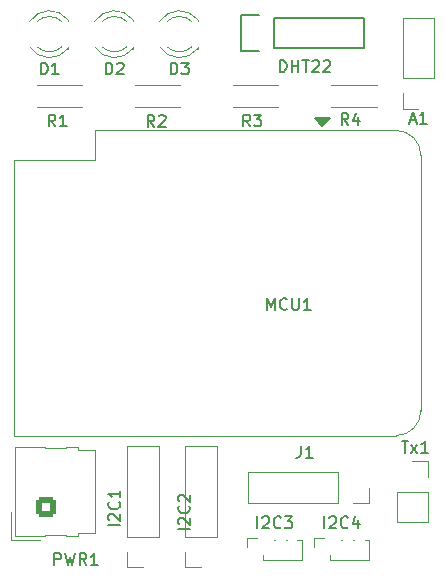
<source format=gto>
G04 #@! TF.GenerationSoftware,KiCad,Pcbnew,7.0.7*
G04 #@! TF.CreationDate,2024-09-10T18:09:56+02:00*
G04 #@! TF.ProjectId,meteo-home,6d657465-6f2d-4686-9f6d-652e6b696361,rev?*
G04 #@! TF.SameCoordinates,Original*
G04 #@! TF.FileFunction,Legend,Top*
G04 #@! TF.FilePolarity,Positive*
%FSLAX46Y46*%
G04 Gerber Fmt 4.6, Leading zero omitted, Abs format (unit mm)*
G04 Created by KiCad (PCBNEW 7.0.7) date 2024-09-10 18:09:56*
%MOMM*%
%LPD*%
G01*
G04 APERTURE LIST*
G04 Aperture macros list*
%AMRoundRect*
0 Rectangle with rounded corners*
0 $1 Rounding radius*
0 $2 $3 $4 $5 $6 $7 $8 $9 X,Y pos of 4 corners*
0 Add a 4 corners polygon primitive as box body*
4,1,4,$2,$3,$4,$5,$6,$7,$8,$9,$2,$3,0*
0 Add four circle primitives for the rounded corners*
1,1,$1+$1,$2,$3*
1,1,$1+$1,$4,$5*
1,1,$1+$1,$6,$7*
1,1,$1+$1,$8,$9*
0 Add four rect primitives between the rounded corners*
20,1,$1+$1,$2,$3,$4,$5,0*
20,1,$1+$1,$4,$5,$6,$7,0*
20,1,$1+$1,$6,$7,$8,$9,0*
20,1,$1+$1,$8,$9,$2,$3,0*%
G04 Aperture macros list end*
%ADD10C,0.150000*%
%ADD11C,0.120000*%
%ADD12R,1.727200X2.032000*%
%ADD13O,1.727200X2.032000*%
%ADD14R,2.000000X2.000000*%
%ADD15O,1.600000X2.000000*%
%ADD16R,1.800000X1.800000*%
%ADD17C,1.800000*%
%ADD18C,1.400000*%
%ADD19O,1.400000X1.400000*%
%ADD20R,0.850000X0.850000*%
%ADD21O,0.850000X0.850000*%
%ADD22R,1.700000X1.700000*%
%ADD23O,1.700000X1.700000*%
%ADD24RoundRect,0.250000X0.620000X-0.620000X0.620000X0.620000X-0.620000X0.620000X-0.620000X-0.620000X0*%
%ADD25C,1.740000*%
G04 APERTURE END LIST*
D10*
X126666667Y-78354819D02*
X126666667Y-77354819D01*
X126666667Y-77354819D02*
X127000000Y-78069104D01*
X127000000Y-78069104D02*
X127333333Y-77354819D01*
X127333333Y-77354819D02*
X127333333Y-78354819D01*
X128380952Y-78259580D02*
X128333333Y-78307200D01*
X128333333Y-78307200D02*
X128190476Y-78354819D01*
X128190476Y-78354819D02*
X128095238Y-78354819D01*
X128095238Y-78354819D02*
X127952381Y-78307200D01*
X127952381Y-78307200D02*
X127857143Y-78211961D01*
X127857143Y-78211961D02*
X127809524Y-78116723D01*
X127809524Y-78116723D02*
X127761905Y-77926247D01*
X127761905Y-77926247D02*
X127761905Y-77783390D01*
X127761905Y-77783390D02*
X127809524Y-77592914D01*
X127809524Y-77592914D02*
X127857143Y-77497676D01*
X127857143Y-77497676D02*
X127952381Y-77402438D01*
X127952381Y-77402438D02*
X128095238Y-77354819D01*
X128095238Y-77354819D02*
X128190476Y-77354819D01*
X128190476Y-77354819D02*
X128333333Y-77402438D01*
X128333333Y-77402438D02*
X128380952Y-77450057D01*
X128809524Y-77354819D02*
X128809524Y-78164342D01*
X128809524Y-78164342D02*
X128857143Y-78259580D01*
X128857143Y-78259580D02*
X128904762Y-78307200D01*
X128904762Y-78307200D02*
X129000000Y-78354819D01*
X129000000Y-78354819D02*
X129190476Y-78354819D01*
X129190476Y-78354819D02*
X129285714Y-78307200D01*
X129285714Y-78307200D02*
X129333333Y-78259580D01*
X129333333Y-78259580D02*
X129380952Y-78164342D01*
X129380952Y-78164342D02*
X129380952Y-77354819D01*
X130380952Y-78354819D02*
X129809524Y-78354819D01*
X130095238Y-78354819D02*
X130095238Y-77354819D01*
X130095238Y-77354819D02*
X130000000Y-77497676D01*
X130000000Y-77497676D02*
X129904762Y-77592914D01*
X129904762Y-77592914D02*
X129809524Y-77640533D01*
X127774952Y-58218819D02*
X127774952Y-57218819D01*
X127774952Y-57218819D02*
X128013047Y-57218819D01*
X128013047Y-57218819D02*
X128155904Y-57266438D01*
X128155904Y-57266438D02*
X128251142Y-57361676D01*
X128251142Y-57361676D02*
X128298761Y-57456914D01*
X128298761Y-57456914D02*
X128346380Y-57647390D01*
X128346380Y-57647390D02*
X128346380Y-57790247D01*
X128346380Y-57790247D02*
X128298761Y-57980723D01*
X128298761Y-57980723D02*
X128251142Y-58075961D01*
X128251142Y-58075961D02*
X128155904Y-58171200D01*
X128155904Y-58171200D02*
X128013047Y-58218819D01*
X128013047Y-58218819D02*
X127774952Y-58218819D01*
X128774952Y-58218819D02*
X128774952Y-57218819D01*
X128774952Y-57695009D02*
X129346380Y-57695009D01*
X129346380Y-58218819D02*
X129346380Y-57218819D01*
X129679714Y-57218819D02*
X130251142Y-57218819D01*
X129965428Y-58218819D02*
X129965428Y-57218819D01*
X130536857Y-57314057D02*
X130584476Y-57266438D01*
X130584476Y-57266438D02*
X130679714Y-57218819D01*
X130679714Y-57218819D02*
X130917809Y-57218819D01*
X130917809Y-57218819D02*
X131013047Y-57266438D01*
X131013047Y-57266438D02*
X131060666Y-57314057D01*
X131060666Y-57314057D02*
X131108285Y-57409295D01*
X131108285Y-57409295D02*
X131108285Y-57504533D01*
X131108285Y-57504533D02*
X131060666Y-57647390D01*
X131060666Y-57647390D02*
X130489238Y-58218819D01*
X130489238Y-58218819D02*
X131108285Y-58218819D01*
X131489238Y-57314057D02*
X131536857Y-57266438D01*
X131536857Y-57266438D02*
X131632095Y-57218819D01*
X131632095Y-57218819D02*
X131870190Y-57218819D01*
X131870190Y-57218819D02*
X131965428Y-57266438D01*
X131965428Y-57266438D02*
X132013047Y-57314057D01*
X132013047Y-57314057D02*
X132060666Y-57409295D01*
X132060666Y-57409295D02*
X132060666Y-57504533D01*
X132060666Y-57504533D02*
X132013047Y-57647390D01*
X132013047Y-57647390D02*
X131441619Y-58218819D01*
X131441619Y-58218819D02*
X132060666Y-58218819D01*
X113031905Y-58414819D02*
X113031905Y-57414819D01*
X113031905Y-57414819D02*
X113270000Y-57414819D01*
X113270000Y-57414819D02*
X113412857Y-57462438D01*
X113412857Y-57462438D02*
X113508095Y-57557676D01*
X113508095Y-57557676D02*
X113555714Y-57652914D01*
X113555714Y-57652914D02*
X113603333Y-57843390D01*
X113603333Y-57843390D02*
X113603333Y-57986247D01*
X113603333Y-57986247D02*
X113555714Y-58176723D01*
X113555714Y-58176723D02*
X113508095Y-58271961D01*
X113508095Y-58271961D02*
X113412857Y-58367200D01*
X113412857Y-58367200D02*
X113270000Y-58414819D01*
X113270000Y-58414819D02*
X113031905Y-58414819D01*
X113984286Y-57510057D02*
X114031905Y-57462438D01*
X114031905Y-57462438D02*
X114127143Y-57414819D01*
X114127143Y-57414819D02*
X114365238Y-57414819D01*
X114365238Y-57414819D02*
X114460476Y-57462438D01*
X114460476Y-57462438D02*
X114508095Y-57510057D01*
X114508095Y-57510057D02*
X114555714Y-57605295D01*
X114555714Y-57605295D02*
X114555714Y-57700533D01*
X114555714Y-57700533D02*
X114508095Y-57843390D01*
X114508095Y-57843390D02*
X113936667Y-58414819D01*
X113936667Y-58414819D02*
X114555714Y-58414819D01*
X118531905Y-58414819D02*
X118531905Y-57414819D01*
X118531905Y-57414819D02*
X118770000Y-57414819D01*
X118770000Y-57414819D02*
X118912857Y-57462438D01*
X118912857Y-57462438D02*
X119008095Y-57557676D01*
X119008095Y-57557676D02*
X119055714Y-57652914D01*
X119055714Y-57652914D02*
X119103333Y-57843390D01*
X119103333Y-57843390D02*
X119103333Y-57986247D01*
X119103333Y-57986247D02*
X119055714Y-58176723D01*
X119055714Y-58176723D02*
X119008095Y-58271961D01*
X119008095Y-58271961D02*
X118912857Y-58367200D01*
X118912857Y-58367200D02*
X118770000Y-58414819D01*
X118770000Y-58414819D02*
X118531905Y-58414819D01*
X119436667Y-57414819D02*
X120055714Y-57414819D01*
X120055714Y-57414819D02*
X119722381Y-57795771D01*
X119722381Y-57795771D02*
X119865238Y-57795771D01*
X119865238Y-57795771D02*
X119960476Y-57843390D01*
X119960476Y-57843390D02*
X120008095Y-57891009D01*
X120008095Y-57891009D02*
X120055714Y-57986247D01*
X120055714Y-57986247D02*
X120055714Y-58224342D01*
X120055714Y-58224342D02*
X120008095Y-58319580D01*
X120008095Y-58319580D02*
X119960476Y-58367200D01*
X119960476Y-58367200D02*
X119865238Y-58414819D01*
X119865238Y-58414819D02*
X119579524Y-58414819D01*
X119579524Y-58414819D02*
X119484286Y-58367200D01*
X119484286Y-58367200D02*
X119436667Y-58319580D01*
X108773333Y-62804819D02*
X108440000Y-62328628D01*
X108201905Y-62804819D02*
X108201905Y-61804819D01*
X108201905Y-61804819D02*
X108582857Y-61804819D01*
X108582857Y-61804819D02*
X108678095Y-61852438D01*
X108678095Y-61852438D02*
X108725714Y-61900057D01*
X108725714Y-61900057D02*
X108773333Y-61995295D01*
X108773333Y-61995295D02*
X108773333Y-62138152D01*
X108773333Y-62138152D02*
X108725714Y-62233390D01*
X108725714Y-62233390D02*
X108678095Y-62281009D01*
X108678095Y-62281009D02*
X108582857Y-62328628D01*
X108582857Y-62328628D02*
X108201905Y-62328628D01*
X109725714Y-62804819D02*
X109154286Y-62804819D01*
X109440000Y-62804819D02*
X109440000Y-61804819D01*
X109440000Y-61804819D02*
X109344762Y-61947676D01*
X109344762Y-61947676D02*
X109249524Y-62042914D01*
X109249524Y-62042914D02*
X109154286Y-62090533D01*
X125259999Y-62804819D02*
X124926666Y-62328628D01*
X124688571Y-62804819D02*
X124688571Y-61804819D01*
X124688571Y-61804819D02*
X125069523Y-61804819D01*
X125069523Y-61804819D02*
X125164761Y-61852438D01*
X125164761Y-61852438D02*
X125212380Y-61900057D01*
X125212380Y-61900057D02*
X125259999Y-61995295D01*
X125259999Y-61995295D02*
X125259999Y-62138152D01*
X125259999Y-62138152D02*
X125212380Y-62233390D01*
X125212380Y-62233390D02*
X125164761Y-62281009D01*
X125164761Y-62281009D02*
X125069523Y-62328628D01*
X125069523Y-62328628D02*
X124688571Y-62328628D01*
X125593333Y-61804819D02*
X126212380Y-61804819D01*
X126212380Y-61804819D02*
X125879047Y-62185771D01*
X125879047Y-62185771D02*
X126021904Y-62185771D01*
X126021904Y-62185771D02*
X126117142Y-62233390D01*
X126117142Y-62233390D02*
X126164761Y-62281009D01*
X126164761Y-62281009D02*
X126212380Y-62376247D01*
X126212380Y-62376247D02*
X126212380Y-62614342D01*
X126212380Y-62614342D02*
X126164761Y-62709580D01*
X126164761Y-62709580D02*
X126117142Y-62757200D01*
X126117142Y-62757200D02*
X126021904Y-62804819D01*
X126021904Y-62804819D02*
X125736190Y-62804819D01*
X125736190Y-62804819D02*
X125640952Y-62757200D01*
X125640952Y-62757200D02*
X125593333Y-62709580D01*
X133573333Y-62684819D02*
X133240000Y-62208628D01*
X133001905Y-62684819D02*
X133001905Y-61684819D01*
X133001905Y-61684819D02*
X133382857Y-61684819D01*
X133382857Y-61684819D02*
X133478095Y-61732438D01*
X133478095Y-61732438D02*
X133525714Y-61780057D01*
X133525714Y-61780057D02*
X133573333Y-61875295D01*
X133573333Y-61875295D02*
X133573333Y-62018152D01*
X133573333Y-62018152D02*
X133525714Y-62113390D01*
X133525714Y-62113390D02*
X133478095Y-62161009D01*
X133478095Y-62161009D02*
X133382857Y-62208628D01*
X133382857Y-62208628D02*
X133001905Y-62208628D01*
X134430476Y-62018152D02*
X134430476Y-62684819D01*
X134192381Y-61637200D02*
X133954286Y-62351485D01*
X133954286Y-62351485D02*
X134573333Y-62351485D01*
X117146666Y-62844819D02*
X116813333Y-62368628D01*
X116575238Y-62844819D02*
X116575238Y-61844819D01*
X116575238Y-61844819D02*
X116956190Y-61844819D01*
X116956190Y-61844819D02*
X117051428Y-61892438D01*
X117051428Y-61892438D02*
X117099047Y-61940057D01*
X117099047Y-61940057D02*
X117146666Y-62035295D01*
X117146666Y-62035295D02*
X117146666Y-62178152D01*
X117146666Y-62178152D02*
X117099047Y-62273390D01*
X117099047Y-62273390D02*
X117051428Y-62321009D01*
X117051428Y-62321009D02*
X116956190Y-62368628D01*
X116956190Y-62368628D02*
X116575238Y-62368628D01*
X117527619Y-61940057D02*
X117575238Y-61892438D01*
X117575238Y-61892438D02*
X117670476Y-61844819D01*
X117670476Y-61844819D02*
X117908571Y-61844819D01*
X117908571Y-61844819D02*
X118003809Y-61892438D01*
X118003809Y-61892438D02*
X118051428Y-61940057D01*
X118051428Y-61940057D02*
X118099047Y-62035295D01*
X118099047Y-62035295D02*
X118099047Y-62130533D01*
X118099047Y-62130533D02*
X118051428Y-62273390D01*
X118051428Y-62273390D02*
X117480000Y-62844819D01*
X117480000Y-62844819D02*
X118099047Y-62844819D01*
X107531905Y-58414819D02*
X107531905Y-57414819D01*
X107531905Y-57414819D02*
X107770000Y-57414819D01*
X107770000Y-57414819D02*
X107912857Y-57462438D01*
X107912857Y-57462438D02*
X108008095Y-57557676D01*
X108008095Y-57557676D02*
X108055714Y-57652914D01*
X108055714Y-57652914D02*
X108103333Y-57843390D01*
X108103333Y-57843390D02*
X108103333Y-57986247D01*
X108103333Y-57986247D02*
X108055714Y-58176723D01*
X108055714Y-58176723D02*
X108008095Y-58271961D01*
X108008095Y-58271961D02*
X107912857Y-58367200D01*
X107912857Y-58367200D02*
X107770000Y-58414819D01*
X107770000Y-58414819D02*
X107531905Y-58414819D01*
X109055714Y-58414819D02*
X108484286Y-58414819D01*
X108770000Y-58414819D02*
X108770000Y-57414819D01*
X108770000Y-57414819D02*
X108674762Y-57557676D01*
X108674762Y-57557676D02*
X108579524Y-57652914D01*
X108579524Y-57652914D02*
X108484286Y-57700533D01*
X125867619Y-96837319D02*
X125867619Y-95837319D01*
X126296190Y-95932557D02*
X126343809Y-95884938D01*
X126343809Y-95884938D02*
X126439047Y-95837319D01*
X126439047Y-95837319D02*
X126677142Y-95837319D01*
X126677142Y-95837319D02*
X126772380Y-95884938D01*
X126772380Y-95884938D02*
X126819999Y-95932557D01*
X126819999Y-95932557D02*
X126867618Y-96027795D01*
X126867618Y-96027795D02*
X126867618Y-96123033D01*
X126867618Y-96123033D02*
X126819999Y-96265890D01*
X126819999Y-96265890D02*
X126248571Y-96837319D01*
X126248571Y-96837319D02*
X126867618Y-96837319D01*
X127867618Y-96742080D02*
X127819999Y-96789700D01*
X127819999Y-96789700D02*
X127677142Y-96837319D01*
X127677142Y-96837319D02*
X127581904Y-96837319D01*
X127581904Y-96837319D02*
X127439047Y-96789700D01*
X127439047Y-96789700D02*
X127343809Y-96694461D01*
X127343809Y-96694461D02*
X127296190Y-96599223D01*
X127296190Y-96599223D02*
X127248571Y-96408747D01*
X127248571Y-96408747D02*
X127248571Y-96265890D01*
X127248571Y-96265890D02*
X127296190Y-96075414D01*
X127296190Y-96075414D02*
X127343809Y-95980176D01*
X127343809Y-95980176D02*
X127439047Y-95884938D01*
X127439047Y-95884938D02*
X127581904Y-95837319D01*
X127581904Y-95837319D02*
X127677142Y-95837319D01*
X127677142Y-95837319D02*
X127819999Y-95884938D01*
X127819999Y-95884938D02*
X127867618Y-95932557D01*
X128200952Y-95837319D02*
X128819999Y-95837319D01*
X128819999Y-95837319D02*
X128486666Y-96218271D01*
X128486666Y-96218271D02*
X128629523Y-96218271D01*
X128629523Y-96218271D02*
X128724761Y-96265890D01*
X128724761Y-96265890D02*
X128772380Y-96313509D01*
X128772380Y-96313509D02*
X128819999Y-96408747D01*
X128819999Y-96408747D02*
X128819999Y-96646842D01*
X128819999Y-96646842D02*
X128772380Y-96742080D01*
X128772380Y-96742080D02*
X128724761Y-96789700D01*
X128724761Y-96789700D02*
X128629523Y-96837319D01*
X128629523Y-96837319D02*
X128343809Y-96837319D01*
X128343809Y-96837319D02*
X128248571Y-96789700D01*
X128248571Y-96789700D02*
X128200952Y-96742080D01*
X138782549Y-62283758D02*
X139258739Y-62283758D01*
X138687311Y-62569473D02*
X139020644Y-61569473D01*
X139020644Y-61569473D02*
X139353977Y-62569473D01*
X140211120Y-62569473D02*
X139639692Y-62569473D01*
X139925406Y-62569473D02*
X139925406Y-61569473D01*
X139925406Y-61569473D02*
X139830168Y-61712330D01*
X139830168Y-61712330D02*
X139734930Y-61807568D01*
X139734930Y-61807568D02*
X139639692Y-61855187D01*
X114254819Y-96592380D02*
X113254819Y-96592380D01*
X113350057Y-96163809D02*
X113302438Y-96116190D01*
X113302438Y-96116190D02*
X113254819Y-96020952D01*
X113254819Y-96020952D02*
X113254819Y-95782857D01*
X113254819Y-95782857D02*
X113302438Y-95687619D01*
X113302438Y-95687619D02*
X113350057Y-95640000D01*
X113350057Y-95640000D02*
X113445295Y-95592381D01*
X113445295Y-95592381D02*
X113540533Y-95592381D01*
X113540533Y-95592381D02*
X113683390Y-95640000D01*
X113683390Y-95640000D02*
X114254819Y-96211428D01*
X114254819Y-96211428D02*
X114254819Y-95592381D01*
X114159580Y-94592381D02*
X114207200Y-94640000D01*
X114207200Y-94640000D02*
X114254819Y-94782857D01*
X114254819Y-94782857D02*
X114254819Y-94878095D01*
X114254819Y-94878095D02*
X114207200Y-95020952D01*
X114207200Y-95020952D02*
X114111961Y-95116190D01*
X114111961Y-95116190D02*
X114016723Y-95163809D01*
X114016723Y-95163809D02*
X113826247Y-95211428D01*
X113826247Y-95211428D02*
X113683390Y-95211428D01*
X113683390Y-95211428D02*
X113492914Y-95163809D01*
X113492914Y-95163809D02*
X113397676Y-95116190D01*
X113397676Y-95116190D02*
X113302438Y-95020952D01*
X113302438Y-95020952D02*
X113254819Y-94878095D01*
X113254819Y-94878095D02*
X113254819Y-94782857D01*
X113254819Y-94782857D02*
X113302438Y-94640000D01*
X113302438Y-94640000D02*
X113350057Y-94592381D01*
X114254819Y-93640000D02*
X114254819Y-94211428D01*
X114254819Y-93925714D02*
X113254819Y-93925714D01*
X113254819Y-93925714D02*
X113397676Y-94020952D01*
X113397676Y-94020952D02*
X113492914Y-94116190D01*
X113492914Y-94116190D02*
X113540533Y-94211428D01*
X129546666Y-89862319D02*
X129546666Y-90576604D01*
X129546666Y-90576604D02*
X129499047Y-90719461D01*
X129499047Y-90719461D02*
X129403809Y-90814700D01*
X129403809Y-90814700D02*
X129260952Y-90862319D01*
X129260952Y-90862319D02*
X129165714Y-90862319D01*
X130546666Y-90862319D02*
X129975238Y-90862319D01*
X130260952Y-90862319D02*
X130260952Y-89862319D01*
X130260952Y-89862319D02*
X130165714Y-90005176D01*
X130165714Y-90005176D02*
X130070476Y-90100414D01*
X130070476Y-90100414D02*
X129975238Y-90148033D01*
X120154819Y-96934880D02*
X119154819Y-96934880D01*
X119250057Y-96506309D02*
X119202438Y-96458690D01*
X119202438Y-96458690D02*
X119154819Y-96363452D01*
X119154819Y-96363452D02*
X119154819Y-96125357D01*
X119154819Y-96125357D02*
X119202438Y-96030119D01*
X119202438Y-96030119D02*
X119250057Y-95982500D01*
X119250057Y-95982500D02*
X119345295Y-95934881D01*
X119345295Y-95934881D02*
X119440533Y-95934881D01*
X119440533Y-95934881D02*
X119583390Y-95982500D01*
X119583390Y-95982500D02*
X120154819Y-96553928D01*
X120154819Y-96553928D02*
X120154819Y-95934881D01*
X120059580Y-94934881D02*
X120107200Y-94982500D01*
X120107200Y-94982500D02*
X120154819Y-95125357D01*
X120154819Y-95125357D02*
X120154819Y-95220595D01*
X120154819Y-95220595D02*
X120107200Y-95363452D01*
X120107200Y-95363452D02*
X120011961Y-95458690D01*
X120011961Y-95458690D02*
X119916723Y-95506309D01*
X119916723Y-95506309D02*
X119726247Y-95553928D01*
X119726247Y-95553928D02*
X119583390Y-95553928D01*
X119583390Y-95553928D02*
X119392914Y-95506309D01*
X119392914Y-95506309D02*
X119297676Y-95458690D01*
X119297676Y-95458690D02*
X119202438Y-95363452D01*
X119202438Y-95363452D02*
X119154819Y-95220595D01*
X119154819Y-95220595D02*
X119154819Y-95125357D01*
X119154819Y-95125357D02*
X119202438Y-94982500D01*
X119202438Y-94982500D02*
X119250057Y-94934881D01*
X119250057Y-94553928D02*
X119202438Y-94506309D01*
X119202438Y-94506309D02*
X119154819Y-94411071D01*
X119154819Y-94411071D02*
X119154819Y-94172976D01*
X119154819Y-94172976D02*
X119202438Y-94077738D01*
X119202438Y-94077738D02*
X119250057Y-94030119D01*
X119250057Y-94030119D02*
X119345295Y-93982500D01*
X119345295Y-93982500D02*
X119440533Y-93982500D01*
X119440533Y-93982500D02*
X119583390Y-94030119D01*
X119583390Y-94030119D02*
X120154819Y-94601547D01*
X120154819Y-94601547D02*
X120154819Y-93982500D01*
X108690476Y-99954819D02*
X108690476Y-98954819D01*
X108690476Y-98954819D02*
X109071428Y-98954819D01*
X109071428Y-98954819D02*
X109166666Y-99002438D01*
X109166666Y-99002438D02*
X109214285Y-99050057D01*
X109214285Y-99050057D02*
X109261904Y-99145295D01*
X109261904Y-99145295D02*
X109261904Y-99288152D01*
X109261904Y-99288152D02*
X109214285Y-99383390D01*
X109214285Y-99383390D02*
X109166666Y-99431009D01*
X109166666Y-99431009D02*
X109071428Y-99478628D01*
X109071428Y-99478628D02*
X108690476Y-99478628D01*
X109595238Y-98954819D02*
X109833333Y-99954819D01*
X109833333Y-99954819D02*
X110023809Y-99240533D01*
X110023809Y-99240533D02*
X110214285Y-99954819D01*
X110214285Y-99954819D02*
X110452381Y-98954819D01*
X111404761Y-99954819D02*
X111071428Y-99478628D01*
X110833333Y-99954819D02*
X110833333Y-98954819D01*
X110833333Y-98954819D02*
X111214285Y-98954819D01*
X111214285Y-98954819D02*
X111309523Y-99002438D01*
X111309523Y-99002438D02*
X111357142Y-99050057D01*
X111357142Y-99050057D02*
X111404761Y-99145295D01*
X111404761Y-99145295D02*
X111404761Y-99288152D01*
X111404761Y-99288152D02*
X111357142Y-99383390D01*
X111357142Y-99383390D02*
X111309523Y-99431009D01*
X111309523Y-99431009D02*
X111214285Y-99478628D01*
X111214285Y-99478628D02*
X110833333Y-99478628D01*
X112357142Y-99954819D02*
X111785714Y-99954819D01*
X112071428Y-99954819D02*
X112071428Y-98954819D01*
X112071428Y-98954819D02*
X111976190Y-99097676D01*
X111976190Y-99097676D02*
X111880952Y-99192914D01*
X111880952Y-99192914D02*
X111785714Y-99240533D01*
X138083333Y-89454819D02*
X138654761Y-89454819D01*
X138369047Y-90454819D02*
X138369047Y-89454819D01*
X138892857Y-90454819D02*
X139416666Y-89788152D01*
X138892857Y-89788152D02*
X139416666Y-90454819D01*
X140321428Y-90454819D02*
X139750000Y-90454819D01*
X140035714Y-90454819D02*
X140035714Y-89454819D01*
X140035714Y-89454819D02*
X139940476Y-89597676D01*
X139940476Y-89597676D02*
X139845238Y-89692914D01*
X139845238Y-89692914D02*
X139750000Y-89740533D01*
X131547619Y-96837319D02*
X131547619Y-95837319D01*
X131976190Y-95932557D02*
X132023809Y-95884938D01*
X132023809Y-95884938D02*
X132119047Y-95837319D01*
X132119047Y-95837319D02*
X132357142Y-95837319D01*
X132357142Y-95837319D02*
X132452380Y-95884938D01*
X132452380Y-95884938D02*
X132499999Y-95932557D01*
X132499999Y-95932557D02*
X132547618Y-96027795D01*
X132547618Y-96027795D02*
X132547618Y-96123033D01*
X132547618Y-96123033D02*
X132499999Y-96265890D01*
X132499999Y-96265890D02*
X131928571Y-96837319D01*
X131928571Y-96837319D02*
X132547618Y-96837319D01*
X133547618Y-96742080D02*
X133499999Y-96789700D01*
X133499999Y-96789700D02*
X133357142Y-96837319D01*
X133357142Y-96837319D02*
X133261904Y-96837319D01*
X133261904Y-96837319D02*
X133119047Y-96789700D01*
X133119047Y-96789700D02*
X133023809Y-96694461D01*
X133023809Y-96694461D02*
X132976190Y-96599223D01*
X132976190Y-96599223D02*
X132928571Y-96408747D01*
X132928571Y-96408747D02*
X132928571Y-96265890D01*
X132928571Y-96265890D02*
X132976190Y-96075414D01*
X132976190Y-96075414D02*
X133023809Y-95980176D01*
X133023809Y-95980176D02*
X133119047Y-95884938D01*
X133119047Y-95884938D02*
X133261904Y-95837319D01*
X133261904Y-95837319D02*
X133357142Y-95837319D01*
X133357142Y-95837319D02*
X133499999Y-95884938D01*
X133499999Y-95884938D02*
X133547618Y-95932557D01*
X134404761Y-96170652D02*
X134404761Y-96837319D01*
X134166666Y-95789700D02*
X133928571Y-96503985D01*
X133928571Y-96503985D02*
X134547618Y-96503985D01*
D11*
X112160000Y-63140000D02*
X137590000Y-63140000D01*
X112160000Y-63140000D02*
X112160000Y-65680000D01*
X112160000Y-65680000D02*
X105260000Y-65680000D01*
X105260000Y-65680000D02*
X105260000Y-89000000D01*
X139720000Y-86880000D02*
X139720000Y-65270000D01*
X105260000Y-89000000D02*
X137590000Y-89000000D01*
X139720000Y-65270000D02*
G75*
G03*
X137590000Y-63140000I-2130002J-2D01*
G01*
X137590000Y-89000000D02*
G75*
G03*
X139720000Y-86870000I0J2130000D01*
G01*
D10*
X131380000Y-62735000D02*
X130745000Y-62100000D01*
X132015000Y-62100000D01*
X131380000Y-62735000D01*
G36*
X131380000Y-62735000D02*
G01*
X130745000Y-62100000D01*
X132015000Y-62100000D01*
X131380000Y-62735000D01*
G37*
X124460000Y-53340000D02*
X124460000Y-56388000D01*
X124460000Y-56388000D02*
X125984000Y-56388000D01*
X125984000Y-53340000D02*
X124460000Y-53340000D01*
X127254000Y-53594000D02*
X134874000Y-53594000D01*
X127254000Y-56134000D02*
X127254000Y-53594000D01*
X134874000Y-53594000D02*
X134874000Y-56134000D01*
X134874000Y-56134000D02*
X127254000Y-56134000D01*
D11*
X115330000Y-56236000D02*
X115330000Y-56080000D01*
X115330000Y-53920000D02*
X115330000Y-53764000D01*
X112097666Y-56078608D02*
G75*
G03*
X115329999Y-56235515I1672334J1078608D01*
G01*
X112728871Y-56079836D02*
G75*
G03*
X114810960Y-56079999I1041129J1079836D01*
G01*
X114810960Y-53920001D02*
G75*
G03*
X112728871Y-53920164I-1040960J-1079999D01*
G01*
X115329999Y-53764485D02*
G75*
G03*
X112097666Y-53921392I-1559999J-1235515D01*
G01*
X120830000Y-56236000D02*
X120830000Y-56080000D01*
X120830000Y-53920000D02*
X120830000Y-53764000D01*
X117597666Y-56078608D02*
G75*
G03*
X120829999Y-56235515I1672334J1078608D01*
G01*
X118228871Y-56079836D02*
G75*
G03*
X120310960Y-56079999I1041129J1079836D01*
G01*
X120310960Y-53920001D02*
G75*
G03*
X118228871Y-53920164I-1040960J-1079999D01*
G01*
X120829999Y-53764485D02*
G75*
G03*
X117597666Y-53921392I-1559999J-1235515D01*
G01*
X111020000Y-61170000D02*
X107180000Y-61170000D01*
X111020000Y-59330000D02*
X107180000Y-59330000D01*
X127646666Y-61170000D02*
X123806666Y-61170000D01*
X127646666Y-59330000D02*
X123806666Y-59330000D01*
X132120000Y-59330000D02*
X135960000Y-59330000D01*
X132120000Y-61170000D02*
X135960000Y-61170000D01*
X119333333Y-61170000D02*
X115493333Y-61170000D01*
X119333333Y-59330000D02*
X115493333Y-59330000D01*
X109830000Y-56236000D02*
X109830000Y-56080000D01*
X109830000Y-53920000D02*
X109830000Y-53764000D01*
X106597666Y-56078608D02*
G75*
G03*
X109829999Y-56235515I1672334J1078608D01*
G01*
X107228871Y-56079836D02*
G75*
G03*
X109310960Y-56079999I1041129J1079836D01*
G01*
X109310960Y-53920001D02*
G75*
G03*
X107228871Y-53920164I-1040960J-1079999D01*
G01*
X109829999Y-53764485D02*
G75*
G03*
X106597666Y-53921392I-1559999J-1235515D01*
G01*
X126320000Y-99482500D02*
X129630000Y-99482500D01*
X126320000Y-99482500D02*
X126320000Y-99067500D01*
X129630000Y-99482500D02*
X129630000Y-97862500D01*
X125010000Y-98382500D02*
X125010000Y-97697500D01*
X127265898Y-97862500D02*
X127374102Y-97862500D01*
X128265898Y-97862500D02*
X128374102Y-97862500D01*
X129265898Y-97862500D02*
X129630000Y-97862500D01*
X125010000Y-97697500D02*
X125820000Y-97697500D01*
X140830000Y-58730000D02*
X140830000Y-53590000D01*
X140830000Y-58730000D02*
X138170000Y-58730000D01*
X140830000Y-53590000D02*
X138170000Y-53590000D01*
X139500000Y-61330000D02*
X138170000Y-61330000D01*
X138170000Y-61330000D02*
X138170000Y-60000000D01*
X138170000Y-58730000D02*
X138170000Y-53590000D01*
X117530000Y-97550000D02*
X117530000Y-89870000D01*
X117530000Y-97550000D02*
X114870000Y-97550000D01*
X117530000Y-89870000D02*
X114870000Y-89870000D01*
X116200000Y-100150000D02*
X114870000Y-100150000D01*
X114870000Y-100150000D02*
X114870000Y-98820000D01*
X114870000Y-97550000D02*
X114870000Y-89870000D01*
X132730000Y-92077500D02*
X125050000Y-92077500D01*
X132730000Y-92077500D02*
X132730000Y-94737500D01*
X125050000Y-92077500D02*
X125050000Y-94737500D01*
X135330000Y-93407500D02*
X135330000Y-94737500D01*
X135330000Y-94737500D02*
X134000000Y-94737500D01*
X132730000Y-94737500D02*
X125050000Y-94737500D01*
X122430000Y-97550000D02*
X122430000Y-89870000D01*
X122430000Y-97550000D02*
X119770000Y-97550000D01*
X122430000Y-89870000D02*
X119770000Y-89870000D01*
X121100000Y-100150000D02*
X119770000Y-100150000D01*
X119770000Y-100150000D02*
X119770000Y-98820000D01*
X119770000Y-97550000D02*
X119770000Y-89870000D01*
X105040000Y-97830000D02*
X105040000Y-95420000D01*
X107450000Y-97830000D02*
X105040000Y-97830000D01*
X105340000Y-97530000D02*
X107870000Y-97530000D01*
X107870000Y-97530000D02*
X107870000Y-97400000D01*
X109680000Y-97530000D02*
X110660000Y-97530000D01*
X110660000Y-97530000D02*
X110660000Y-97270000D01*
X107870000Y-97400000D02*
X109680000Y-97400000D01*
X109680000Y-97400000D02*
X109680000Y-97530000D01*
X110660000Y-97270000D02*
X112160000Y-97270000D01*
X112160000Y-97270000D02*
X112160000Y-90190000D01*
X110660000Y-90190000D02*
X110660000Y-89930000D01*
X112160000Y-90190000D02*
X110660000Y-90190000D01*
X107870000Y-90060000D02*
X107870000Y-89930000D01*
X109680000Y-90060000D02*
X107870000Y-90060000D01*
X105340000Y-89930000D02*
X105340000Y-97530000D01*
X107870000Y-89930000D02*
X105340000Y-89930000D01*
X109680000Y-89930000D02*
X109680000Y-90060000D01*
X110660000Y-89930000D02*
X109680000Y-89930000D01*
X137670000Y-93730000D02*
X137670000Y-96330000D01*
X137670000Y-93730000D02*
X140330000Y-93730000D01*
X137670000Y-96330000D02*
X140330000Y-96330000D01*
X139000000Y-91130000D02*
X140330000Y-91130000D01*
X140330000Y-91130000D02*
X140330000Y-92460000D01*
X140330000Y-93730000D02*
X140330000Y-96330000D01*
X132000000Y-99482500D02*
X135310000Y-99482500D01*
X132000000Y-99482500D02*
X132000000Y-99067500D01*
X135310000Y-99482500D02*
X135310000Y-97862500D01*
X130690000Y-98382500D02*
X130690000Y-97697500D01*
X132945898Y-97862500D02*
X133054102Y-97862500D01*
X133945898Y-97862500D02*
X134054102Y-97862500D01*
X134945898Y-97862500D02*
X135310000Y-97862500D01*
X130690000Y-97697500D02*
X131500000Y-97697500D01*
D12*
X125984000Y-54864000D03*
D13*
X128524000Y-54864000D03*
X131064000Y-54864000D03*
X133604000Y-54864000D03*
%LPC*%
D14*
X131380000Y-64640000D03*
D15*
X128840000Y-64640000D03*
X126300000Y-64640000D03*
X123760000Y-64640000D03*
X121220000Y-64640000D03*
X118680000Y-64640000D03*
X116140000Y-64640000D03*
X113600000Y-64640000D03*
X113600000Y-87500000D03*
X116140000Y-87500000D03*
X118680000Y-87500000D03*
X121220000Y-87500000D03*
X123760000Y-87500000D03*
X126300000Y-87500000D03*
X128840000Y-87500000D03*
X131380000Y-87500000D03*
D12*
X125984000Y-54864000D03*
D13*
X128524000Y-54864000D03*
X131064000Y-54864000D03*
X133604000Y-54864000D03*
D16*
X115040000Y-55000000D03*
D17*
X112500000Y-55000000D03*
D16*
X120540000Y-55000000D03*
D17*
X118000000Y-55000000D03*
D18*
X111640000Y-60250000D03*
D19*
X106560000Y-60250000D03*
D18*
X128266666Y-60250000D03*
D19*
X123186666Y-60250000D03*
D18*
X131500000Y-60250000D03*
D19*
X136580000Y-60250000D03*
D18*
X119953333Y-60250000D03*
D19*
X114873333Y-60250000D03*
D16*
X109540000Y-55000000D03*
D17*
X107000000Y-55000000D03*
D20*
X125820000Y-98382500D03*
D21*
X126820000Y-98382500D03*
X127820000Y-98382500D03*
X128820000Y-98382500D03*
D22*
X139500000Y-60000000D03*
D23*
X139500000Y-57460000D03*
X139500000Y-54920000D03*
D22*
X116200000Y-98820000D03*
D23*
X116200000Y-96280000D03*
X116200000Y-93740000D03*
X116200000Y-91200000D03*
D22*
X134000000Y-93407500D03*
D23*
X131460000Y-93407500D03*
X128920000Y-93407500D03*
X126380000Y-93407500D03*
D22*
X121100000Y-98820000D03*
D23*
X121100000Y-96280000D03*
X121100000Y-93740000D03*
X121100000Y-91200000D03*
D24*
X108000000Y-95000000D03*
D25*
X108000000Y-92460000D03*
D22*
X139000000Y-92460000D03*
D23*
X139000000Y-95000000D03*
D20*
X131500000Y-98382500D03*
D21*
X132500000Y-98382500D03*
X133500000Y-98382500D03*
X134500000Y-98382500D03*
%LPD*%
M02*

</source>
